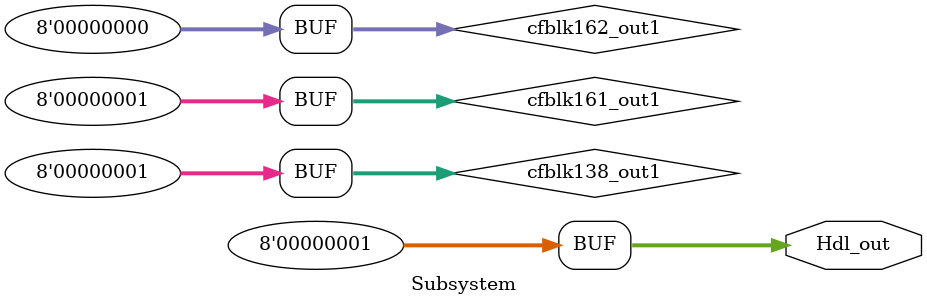
<source format=v>



`timescale 1 ns / 1 ns

module Subsystem
          (Hdl_out);


  output  [7:0] Hdl_out;  // uint8


  wire [7:0] cfblk162_out1;  // uint8
  wire [7:0] cfblk161_out1;  // uint8
  wire [7:0] cfblk138_out1;  // uint8


  assign cfblk162_out1 = 8'b00000000;



  assign cfblk161_out1 = 8'b00000001;



  assign cfblk138_out1 = cfblk162_out1 + cfblk161_out1;



  assign Hdl_out = cfblk138_out1;

endmodule  // Subsystem


</source>
